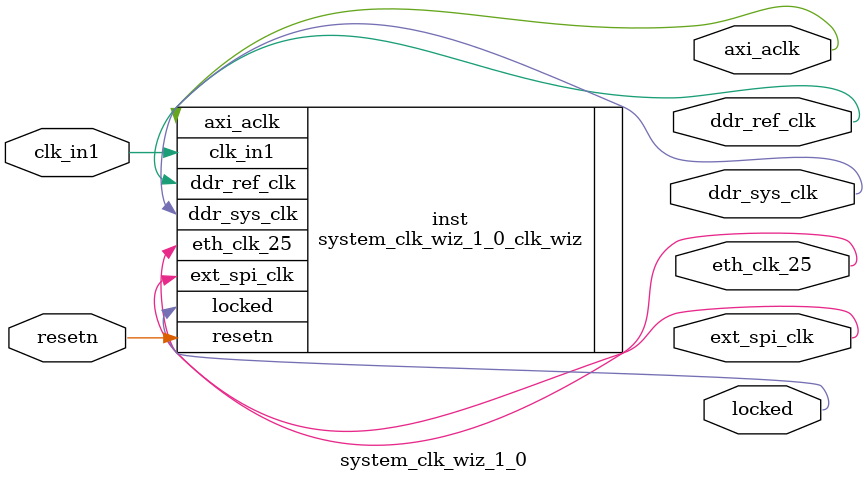
<source format=v>


`timescale 1ps/1ps

(* CORE_GENERATION_INFO = "system_clk_wiz_1_0,clk_wiz_v5_4_1_0,{component_name=system_clk_wiz_1_0,use_phase_alignment=true,use_min_o_jitter=false,use_max_i_jitter=false,use_dyn_phase_shift=false,use_inclk_switchover=false,use_dyn_reconfig=false,enable_axi=0,feedback_source=FDBK_AUTO,PRIMITIVE=MMCM,num_out_clk=5,clkin1_period=10.000,clkin2_period=10.000,use_power_down=false,use_reset=true,use_locked=true,use_inclk_stopped=false,feedback_type=SINGLE,CLOCK_MGR_TYPE=NA,manual_override=false}" *)

module system_clk_wiz_1_0 
 (
  // Clock out ports
  output        ddr_sys_clk,
  output        ddr_ref_clk,
  output        eth_clk_25,
  output        ext_spi_clk,
  output        axi_aclk,
  // Status and control signals
  input         resetn,
  output        locked,
 // Clock in ports
  input         clk_in1
 );

  system_clk_wiz_1_0_clk_wiz inst
  (
  // Clock out ports  
  .ddr_sys_clk(ddr_sys_clk),
  .ddr_ref_clk(ddr_ref_clk),
  .eth_clk_25(eth_clk_25),
  .ext_spi_clk(ext_spi_clk),
  .axi_aclk(axi_aclk),
  // Status and control signals               
  .resetn(resetn), 
  .locked(locked),
 // Clock in ports
  .clk_in1(clk_in1)
  );

endmodule

</source>
